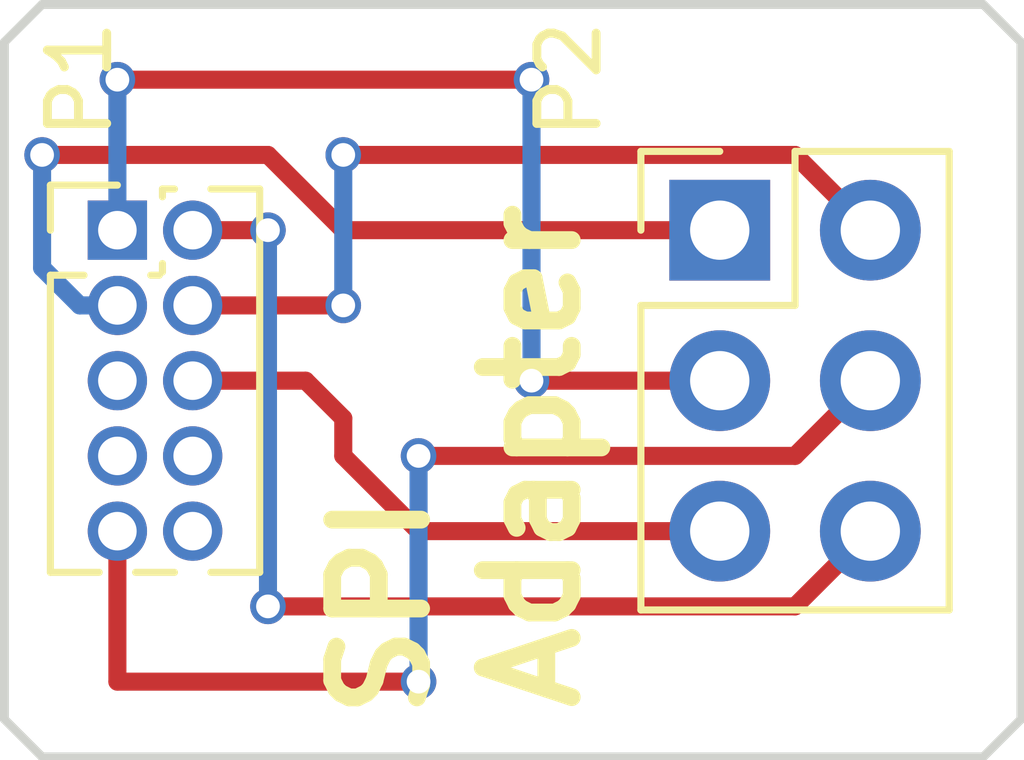
<source format=kicad_pcb>
(kicad_pcb (version 4) (host pcbnew 4.0.5)

  (general
    (links 6)
    (no_connects 0)
    (area 0 0 0 0)
    (thickness 1.6)
    (drawings 10)
    (tracks 38)
    (zones 0)
    (modules 2)
    (nets 11)
  )

  (page A4)
  (layers
    (0 F.Cu signal)
    (31 B.Cu signal)
    (32 B.Adhes user)
    (33 F.Adhes user)
    (34 B.Paste user)
    (35 F.Paste user)
    (36 B.SilkS user)
    (37 F.SilkS user)
    (38 B.Mask user)
    (39 F.Mask user)
    (40 Dwgs.User user)
    (41 Cmts.User user)
    (42 Eco1.User user)
    (43 Eco2.User user)
    (44 Edge.Cuts user)
    (45 Margin user)
    (46 B.CrtYd user)
    (47 F.CrtYd user)
    (48 B.Fab user)
    (49 F.Fab user)
  )

  (setup
    (last_trace_width 0.3048)
    (user_trace_width 0.3048)
    (trace_clearance 0.2)
    (zone_clearance 0.508)
    (zone_45_only no)
    (trace_min 0.2)
    (segment_width 0.2)
    (edge_width 0.15)
    (via_size 0.6)
    (via_drill 0.4)
    (via_min_size 0.4)
    (via_min_drill 0.3)
    (uvia_size 0.3)
    (uvia_drill 0.1)
    (uvias_allowed no)
    (uvia_min_size 0.2)
    (uvia_min_drill 0.1)
    (pcb_text_width 0.3)
    (pcb_text_size 1.5 1.5)
    (mod_edge_width 0.15)
    (mod_text_size 1 1)
    (mod_text_width 0.15)
    (pad_size 1.524 1.524)
    (pad_drill 0.762)
    (pad_to_mask_clearance 0.2)
    (aux_axis_origin 0 0)
    (visible_elements FFFFFF7F)
    (pcbplotparams
      (layerselection 0x00030_80000001)
      (usegerberextensions false)
      (excludeedgelayer true)
      (linewidth 0.100000)
      (plotframeref false)
      (viasonmask false)
      (mode 1)
      (useauxorigin false)
      (hpglpennumber 1)
      (hpglpenspeed 20)
      (hpglpendiameter 15)
      (hpglpenoverlay 2)
      (psnegative false)
      (psa4output false)
      (plotreference true)
      (plotvalue true)
      (plotinvisibletext false)
      (padsonsilk false)
      (subtractmaskfromsilk false)
      (outputformat 1)
      (mirror false)
      (drillshape 1)
      (scaleselection 1)
      (outputdirectory ""))
  )

  (net 0 "")
  (net 1 "Net-(P1-Pad1)")
  (net 2 "Net-(P1-Pad2)")
  (net 3 "Net-(P1-Pad3)")
  (net 4 "Net-(P1-Pad4)")
  (net 5 "Net-(P1-Pad5)")
  (net 6 "Net-(P1-Pad6)")
  (net 7 "Net-(P1-Pad7)")
  (net 8 "Net-(P1-Pad8)")
  (net 9 "Net-(P1-Pad9)")
  (net 10 "Net-(P1-Pad10)")

  (net_class Default "This is the default net class."
    (clearance 0.2)
    (trace_width 0.25)
    (via_dia 0.6)
    (via_drill 0.4)
    (uvia_dia 0.3)
    (uvia_drill 0.1)
    (add_net "Net-(P1-Pad1)")
    (add_net "Net-(P1-Pad10)")
    (add_net "Net-(P1-Pad2)")
    (add_net "Net-(P1-Pad3)")
    (add_net "Net-(P1-Pad4)")
    (add_net "Net-(P1-Pad5)")
    (add_net "Net-(P1-Pad6)")
    (add_net "Net-(P1-Pad7)")
    (add_net "Net-(P1-Pad8)")
    (add_net "Net-(P1-Pad9)")
  )

  (module Pin_Headers:Pin_Header_Straight_2x05_Pitch1.27mm (layer F.Cu) (tedit 5AF2446F) (tstamp 5AF2404B)
    (at 142.24 103.505)
    (descr "Through hole straight pin header, 2x05, 1.27mm pitch, double rows")
    (tags "Through hole pin header THT 2x05 1.27mm double row")
    (path /5AF23DC3)
    (fp_text reference P1 (at -0.635 -2.54 90) (layer F.SilkS)
      (effects (font (size 1 1) (thickness 0.15)))
    )
    (fp_text value CONN_02X05 (at 0.635 6.775) (layer F.Fab) hide
      (effects (font (size 1 1) (thickness 0.15)))
    )
    (fp_line (start -0.2175 -0.635) (end 2.34 -0.635) (layer F.Fab) (width 0.1))
    (fp_line (start 2.34 -0.635) (end 2.34 5.715) (layer F.Fab) (width 0.1))
    (fp_line (start 2.34 5.715) (end -1.07 5.715) (layer F.Fab) (width 0.1))
    (fp_line (start -1.07 5.715) (end -1.07 0.2175) (layer F.Fab) (width 0.1))
    (fp_line (start -1.07 0.2175) (end -0.2175 -0.635) (layer F.Fab) (width 0.1))
    (fp_line (start -1.13 5.775) (end -0.30753 5.775) (layer F.SilkS) (width 0.12))
    (fp_line (start 1.57753 5.775) (end 2.4 5.775) (layer F.SilkS) (width 0.12))
    (fp_line (start 0.30753 5.775) (end 0.96247 5.775) (layer F.SilkS) (width 0.12))
    (fp_line (start -1.13 0.76) (end -1.13 5.775) (layer F.SilkS) (width 0.12))
    (fp_line (start 2.4 -0.695) (end 2.4 5.775) (layer F.SilkS) (width 0.12))
    (fp_line (start -1.13 0.76) (end -0.563471 0.76) (layer F.SilkS) (width 0.12))
    (fp_line (start 0.563471 0.76) (end 0.706529 0.76) (layer F.SilkS) (width 0.12))
    (fp_line (start 0.76 0.706529) (end 0.76 0.563471) (layer F.SilkS) (width 0.12))
    (fp_line (start 0.76 -0.563471) (end 0.76 -0.695) (layer F.SilkS) (width 0.12))
    (fp_line (start 0.76 -0.695) (end 0.96247 -0.695) (layer F.SilkS) (width 0.12))
    (fp_line (start 1.57753 -0.695) (end 2.4 -0.695) (layer F.SilkS) (width 0.12))
    (fp_line (start -1.13 0) (end -1.13 -0.76) (layer F.SilkS) (width 0.12))
    (fp_line (start -1.13 -0.76) (end 0 -0.76) (layer F.SilkS) (width 0.12))
    (fp_line (start -1.6 -1.15) (end -1.6 6.25) (layer F.CrtYd) (width 0.05))
    (fp_line (start -1.6 6.25) (end 2.85 6.25) (layer F.CrtYd) (width 0.05))
    (fp_line (start 2.85 6.25) (end 2.85 -1.15) (layer F.CrtYd) (width 0.05))
    (fp_line (start 2.85 -1.15) (end -1.6 -1.15) (layer F.CrtYd) (width 0.05))
    (fp_text user %R (at 0.635 2.54 90) (layer F.Fab)
      (effects (font (size 1 1) (thickness 0.15)))
    )
    (pad 1 thru_hole rect (at 0 0) (size 1 1) (drill 0.65) (layers *.Cu *.Mask)
      (net 1 "Net-(P1-Pad1)"))
    (pad 2 thru_hole oval (at 1.27 0) (size 1 1) (drill 0.65) (layers *.Cu *.Mask)
      (net 2 "Net-(P1-Pad2)"))
    (pad 3 thru_hole oval (at 0 1.27) (size 1 1) (drill 0.65) (layers *.Cu *.Mask)
      (net 3 "Net-(P1-Pad3)"))
    (pad 4 thru_hole oval (at 1.27 1.27) (size 1 1) (drill 0.65) (layers *.Cu *.Mask)
      (net 4 "Net-(P1-Pad4)"))
    (pad 5 thru_hole oval (at 0 2.54) (size 1 1) (drill 0.65) (layers *.Cu *.Mask)
      (net 5 "Net-(P1-Pad5)"))
    (pad 6 thru_hole oval (at 1.27 2.54) (size 1 1) (drill 0.65) (layers *.Cu *.Mask)
      (net 6 "Net-(P1-Pad6)"))
    (pad 7 thru_hole oval (at 0 3.81) (size 1 1) (drill 0.65) (layers *.Cu *.Mask)
      (net 7 "Net-(P1-Pad7)"))
    (pad 8 thru_hole oval (at 1.27 3.81) (size 1 1) (drill 0.65) (layers *.Cu *.Mask)
      (net 8 "Net-(P1-Pad8)"))
    (pad 9 thru_hole oval (at 0 5.08) (size 1 1) (drill 0.65) (layers *.Cu *.Mask)
      (net 9 "Net-(P1-Pad9)"))
    (pad 10 thru_hole oval (at 1.27 5.08) (size 1 1) (drill 0.65) (layers *.Cu *.Mask)
      (net 10 "Net-(P1-Pad10)"))
    (model ${KISYS3DMOD}/Pin_Headers.3dshapes/Pin_Header_Straight_2x05_Pitch1.27mm.wrl
      (at (xyz 0 0 0))
      (scale (xyz 1 1 1))
      (rotate (xyz 0 0 0))
    )
  )

  (module Pin_Headers:Pin_Header_Straight_2x03_Pitch2.54mm (layer F.Cu) (tedit 5AF24475) (tstamp 5AF24055)
    (at 152.4 103.505)
    (descr "Through hole straight pin header, 2x03, 2.54mm pitch, double rows")
    (tags "Through hole pin header THT 2x03 2.54mm double row")
    (path /5AF23E15)
    (fp_text reference P2 (at -2.54 -2.54 90) (layer F.SilkS)
      (effects (font (size 1 1) (thickness 0.15)))
    )
    (fp_text value CONN_02X03 (at 1.27 7.41) (layer F.Fab) hide
      (effects (font (size 1 1) (thickness 0.15)))
    )
    (fp_line (start 0 -1.27) (end 3.81 -1.27) (layer F.Fab) (width 0.1))
    (fp_line (start 3.81 -1.27) (end 3.81 6.35) (layer F.Fab) (width 0.1))
    (fp_line (start 3.81 6.35) (end -1.27 6.35) (layer F.Fab) (width 0.1))
    (fp_line (start -1.27 6.35) (end -1.27 0) (layer F.Fab) (width 0.1))
    (fp_line (start -1.27 0) (end 0 -1.27) (layer F.Fab) (width 0.1))
    (fp_line (start -1.33 6.41) (end 3.87 6.41) (layer F.SilkS) (width 0.12))
    (fp_line (start -1.33 1.27) (end -1.33 6.41) (layer F.SilkS) (width 0.12))
    (fp_line (start 3.87 -1.33) (end 3.87 6.41) (layer F.SilkS) (width 0.12))
    (fp_line (start -1.33 1.27) (end 1.27 1.27) (layer F.SilkS) (width 0.12))
    (fp_line (start 1.27 1.27) (end 1.27 -1.33) (layer F.SilkS) (width 0.12))
    (fp_line (start 1.27 -1.33) (end 3.87 -1.33) (layer F.SilkS) (width 0.12))
    (fp_line (start -1.33 0) (end -1.33 -1.33) (layer F.SilkS) (width 0.12))
    (fp_line (start -1.33 -1.33) (end 0 -1.33) (layer F.SilkS) (width 0.12))
    (fp_line (start -1.8 -1.8) (end -1.8 6.85) (layer F.CrtYd) (width 0.05))
    (fp_line (start -1.8 6.85) (end 4.35 6.85) (layer F.CrtYd) (width 0.05))
    (fp_line (start 4.35 6.85) (end 4.35 -1.8) (layer F.CrtYd) (width 0.05))
    (fp_line (start 4.35 -1.8) (end -1.8 -1.8) (layer F.CrtYd) (width 0.05))
    (fp_text user %R (at 1.27 2.54 90) (layer F.Fab)
      (effects (font (size 1 1) (thickness 0.15)))
    )
    (pad 1 thru_hole rect (at 0 0) (size 1.7 1.7) (drill 1) (layers *.Cu *.Mask)
      (net 3 "Net-(P1-Pad3)"))
    (pad 2 thru_hole oval (at 2.54 0) (size 1.7 1.7) (drill 1) (layers *.Cu *.Mask)
      (net 4 "Net-(P1-Pad4)"))
    (pad 3 thru_hole oval (at 0 2.54) (size 1.7 1.7) (drill 1) (layers *.Cu *.Mask)
      (net 1 "Net-(P1-Pad1)"))
    (pad 4 thru_hole oval (at 2.54 2.54) (size 1.7 1.7) (drill 1) (layers *.Cu *.Mask)
      (net 9 "Net-(P1-Pad9)"))
    (pad 5 thru_hole oval (at 0 5.08) (size 1.7 1.7) (drill 1) (layers *.Cu *.Mask)
      (net 6 "Net-(P1-Pad6)"))
    (pad 6 thru_hole oval (at 2.54 5.08) (size 1.7 1.7) (drill 1) (layers *.Cu *.Mask)
      (net 2 "Net-(P1-Pad2)"))
    (model ${KISYS3DMOD}/Pin_Headers.3dshapes/Pin_Header_Straight_2x03_Pitch2.54mm.wrl
      (at (xyz 0 0 0))
      (scale (xyz 1 1 1))
      (rotate (xyz 0 0 0))
    )
  )

  (gr_text Adapter (at 149.225 107.315 90) (layer F.SilkS)
    (effects (font (size 1.5 1.5) (thickness 0.3)))
  )
  (gr_line (start 140.335 111.76) (end 140.97 112.395) (angle 90) (layer Edge.Cuts) (width 0.15))
  (gr_line (start 140.335 100.33) (end 140.335 111.76) (angle 90) (layer Edge.Cuts) (width 0.15))
  (gr_line (start 140.97 99.695) (end 140.335 100.33) (angle 90) (layer Edge.Cuts) (width 0.15))
  (gr_line (start 156.845 99.695) (end 140.97 99.695) (angle 90) (layer Edge.Cuts) (width 0.15))
  (gr_line (start 157.48 100.33) (end 156.845 99.695) (angle 90) (layer Edge.Cuts) (width 0.15))
  (gr_line (start 157.48 111.76) (end 157.48 100.33) (angle 90) (layer Edge.Cuts) (width 0.15))
  (gr_line (start 156.845 112.395) (end 157.48 111.76) (angle 90) (layer Edge.Cuts) (width 0.15))
  (gr_line (start 140.97 112.395) (end 156.845 112.395) (angle 90) (layer Edge.Cuts) (width 0.15))
  (gr_text SPI (at 146.685 109.855 90) (layer F.SilkS)
    (effects (font (size 1.5 1.5) (thickness 0.3)))
  )

  (segment (start 152.4 106.045) (end 149.225 106.045) (width 0.3048) (layer F.Cu) (net 1) (status 400000))
  (segment (start 142.24 100.965) (end 142.24 103.505) (width 0.3048) (layer B.Cu) (net 1) (tstamp 5AF24415) (status 800000))
  (via (at 142.24 100.965) (size 0.6) (drill 0.4) (layers F.Cu B.Cu) (net 1))
  (segment (start 149.225 100.965) (end 142.24 100.965) (width 0.3048) (layer F.Cu) (net 1) (tstamp 5AF24410))
  (via (at 149.225 100.965) (size 0.6) (drill 0.4) (layers F.Cu B.Cu) (net 1))
  (segment (start 149.225 106.045) (end 149.225 100.965) (width 0.3048) (layer B.Cu) (net 1) (tstamp 5AF2440B))
  (via (at 149.225 106.045) (size 0.6) (drill 0.4) (layers F.Cu B.Cu) (net 1))
  (segment (start 154.94 108.585) (end 153.67 109.855) (width 0.3048) (layer F.Cu) (net 2) (status 400000))
  (segment (start 144.78 103.505) (end 143.51 103.505) (width 0.3048) (layer F.Cu) (net 2) (tstamp 5AF24398) (status 800000))
  (via (at 144.78 103.505) (size 0.6) (drill 0.4) (layers F.Cu B.Cu) (net 2))
  (segment (start 144.78 109.855) (end 144.78 103.505) (width 0.3048) (layer B.Cu) (net 2) (tstamp 5AF24394))
  (via (at 144.78 109.855) (size 0.6) (drill 0.4) (layers F.Cu B.Cu) (net 2))
  (segment (start 153.67 109.855) (end 144.78 109.855) (width 0.3048) (layer F.Cu) (net 2) (tstamp 5AF2438A))
  (segment (start 152.4 103.505) (end 146.05 103.505) (width 0.3048) (layer F.Cu) (net 3) (status 400000))
  (segment (start 141.605 104.775) (end 142.24 104.775) (width 0.3048) (layer B.Cu) (net 3) (tstamp 5AF243F6) (status 800000))
  (segment (start 140.97 104.14) (end 141.605 104.775) (width 0.3048) (layer B.Cu) (net 3) (tstamp 5AF243F4))
  (segment (start 140.97 102.235) (end 140.97 104.14) (width 0.3048) (layer B.Cu) (net 3) (tstamp 5AF243F3))
  (via (at 140.97 102.235) (size 0.6) (drill 0.4) (layers F.Cu B.Cu) (net 3))
  (segment (start 144.78 102.235) (end 140.97 102.235) (width 0.3048) (layer F.Cu) (net 3) (tstamp 5AF243EF))
  (segment (start 146.05 103.505) (end 144.78 102.235) (width 0.3048) (layer F.Cu) (net 3) (tstamp 5AF243ED))
  (segment (start 154.94 103.505) (end 153.67 102.235) (width 0.3048) (layer F.Cu) (net 4) (status 400000))
  (segment (start 146.05 104.775) (end 143.51 104.775) (width 0.3048) (layer F.Cu) (net 4) (tstamp 5AF241BF) (status 800000))
  (via (at 146.05 104.775) (size 0.6) (drill 0.4) (layers F.Cu B.Cu) (net 4))
  (segment (start 146.05 102.235) (end 146.05 104.775) (width 0.3048) (layer B.Cu) (net 4) (tstamp 5AF241BB))
  (via (at 146.05 102.235) (size 0.6) (drill 0.4) (layers F.Cu B.Cu) (net 4))
  (segment (start 153.67 102.235) (end 146.05 102.235) (width 0.3048) (layer F.Cu) (net 4) (tstamp 5AF241B1))
  (segment (start 152.4 108.585) (end 147.32 108.585) (width 0.3048) (layer F.Cu) (net 6) (status 400000))
  (segment (start 145.415 106.045) (end 143.51 106.045) (width 0.3048) (layer F.Cu) (net 6) (tstamp 5AF2437E) (status 800000))
  (segment (start 146.05 106.68) (end 145.415 106.045) (width 0.3048) (layer F.Cu) (net 6) (tstamp 5AF2437C))
  (segment (start 146.05 107.315) (end 146.05 106.68) (width 0.3048) (layer F.Cu) (net 6) (tstamp 5AF24377))
  (segment (start 147.32 108.585) (end 146.05 107.315) (width 0.3048) (layer F.Cu) (net 6) (tstamp 5AF2436F))
  (segment (start 154.94 106.045) (end 153.67 107.315) (width 0.3048) (layer F.Cu) (net 9) (status 400000))
  (segment (start 142.24 111.125) (end 142.24 108.585) (width 0.3048) (layer F.Cu) (net 9) (tstamp 5AF241F5) (status 800000))
  (segment (start 147.32 111.125) (end 142.24 111.125) (width 0.3048) (layer F.Cu) (net 9) (tstamp 5AF241F4))
  (via (at 147.32 111.125) (size 0.6) (drill 0.4) (layers F.Cu B.Cu) (net 9))
  (segment (start 147.32 107.315) (end 147.32 111.125) (width 0.3048) (layer B.Cu) (net 9) (tstamp 5AF241EA))
  (via (at 147.32 107.315) (size 0.6) (drill 0.4) (layers F.Cu B.Cu) (net 9))
  (segment (start 153.67 107.315) (end 147.32 107.315) (width 0.3048) (layer F.Cu) (net 9) (tstamp 5AF241E1))

)

</source>
